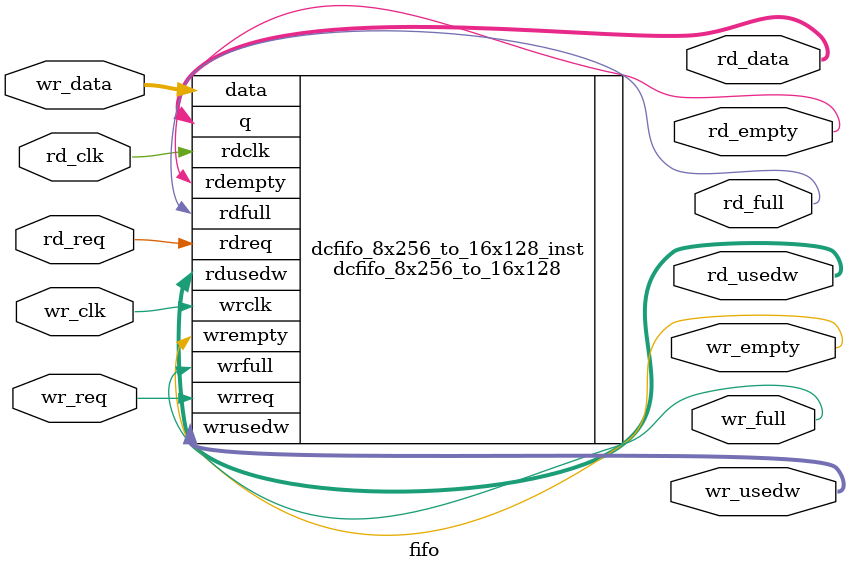
<source format=v>
module  fifo
(
    input   wire            wr_clk      ,
    input   wire            wr_req      ,
    input   wire    [7:0]   wr_data     ,
    input   wire            rd_clk      ,
    input   wire            rd_req      ,

    output  wire    [15:0]  rd_data     ,
    output  wire            wr_empty    ,
    output  wire            wr_full     ,
    output  wire    [8:0]   wr_usedw    ,
    output  wire            rd_empty    ,
    output  wire            rd_full     ,
    output  wire    [7:0]   rd_usedw    
);

dcfifo_8x256_to_16x128  dcfifo_8x256_to_16x128_inst
(
    .data       (wr_data    ),
    .rdclk      (rd_clk     ),
    .rdreq      (rd_req     ),
    .wrclk      (wr_clk     ),
    .wrreq      (wr_req     ),

    .q          (rd_data    ),
    .rdempty    (rd_empty   ),
    .rdfull     (rd_full    ),
    .rdusedw    (rd_usedw   ),
    .wrempty    (wr_empty   ),
    .wrfull     (wr_full    ),
    .wrusedw    (wr_usedw   )
);

endmodule

</source>
